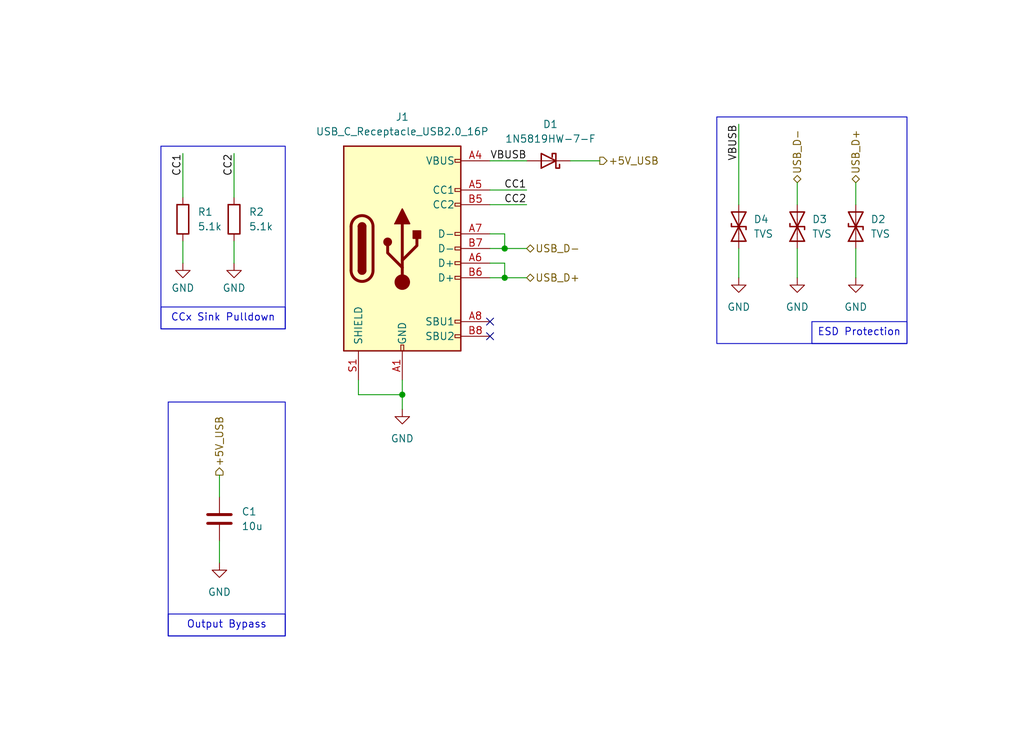
<source format=kicad_sch>
(kicad_sch (version 20231120) (generator "eeschema") (generator_version "8.0")
  (paper "User" 177.8 127)
  (title_block (title "USB") (date "2025-02-02"))
  (lib_symbols
    (symbol "Connector:USB_C_Receptacle_USB2.0_16P" (pin_names (offset 1.016))
      (property "Reference" "J" (at 0 22.225 0))
      (property "Value" "USB_C_Receptacle_USB2.0_16P" (at 0 19.685 0))
      (symbol "USB_C_Receptacle_USB2.0_16P_0_0"
        (rectangle (start -0.254 -17.78) (end 0.254 -16.764))
        (rectangle (start 10.16 -14.986) (end 9.144 -15.494))
        (rectangle (start 10.16 -12.446) (end 9.144 -12.954))
        (rectangle (start 10.16 -4.826) (end 9.144 -5.334))
        (rectangle (start 10.16 -2.286) (end 9.144 -2.794))
        (rectangle (start 10.16 0.254) (end 9.144 -0.254))
        (rectangle (start 10.16 2.794) (end 9.144 2.286))
        (rectangle (start 10.16 7.874) (end 9.144 7.366))
        (rectangle (start 10.16 10.414) (end 9.144 9.906))
        (rectangle (start 10.16 15.494) (end 9.144 14.986))
      )
      (symbol "USB_C_Receptacle_USB2.0_16P_0_1"
        (rectangle (start -10.16 17.78) (end 10.16 -17.78) (stroke (width 0.254)) (fill (type background)))
        (arc (start -8.89 -3.81) (mid -6.985 -5.7067) (end -5.08 -3.81) (stroke (width 0.508)))
        (arc (start -7.62 -3.81) (mid -6.985 -4.4423) (end -6.35 -3.81) (stroke (width 0.254)))
        (arc (start -7.62 -3.81) (mid -6.985 -4.4423) (end -6.35 -3.81) (stroke (width 0.254)) (fill (type outline)))
        (rectangle (start -7.62 -3.81) (end -6.35 3.81) (stroke (width 0.254)) (fill (type outline)))
        (arc (start -6.35 3.81) (mid -6.985 4.4423) (end -7.62 3.81) (stroke (width 0.254)))
        (arc (start -6.35 3.81) (mid -6.985 4.4423) (end -7.62 3.81) (stroke (width 0.254)) (fill (type outline)))
        (arc (start -5.08 3.81) (mid -6.985 5.7067) (end -8.89 3.81) (stroke (width 0.508)))
        (circle (center -2.54 1.143) (radius 0.635) (stroke (width 0.254)) (fill (type outline)))
        (circle (center 0 -5.842) (radius 1.27) (fill (type outline)))
        (polyline (pts (xy -8.89 -3.81) (xy -8.89 3.81)) (stroke (width 0.508)))
        (polyline (pts (xy -5.08 3.81) (xy -5.08 -3.81)) (stroke (width 0.508)))
        (polyline (pts (xy 0 -5.842) (xy 0 4.318)) (stroke (width 0.508)))
        (polyline (pts (xy 0 -3.302) (xy -2.54 -0.762) (xy -2.54 0.508)) (stroke (width 0.508)))
        (polyline (pts (xy 0 -2.032) (xy 2.54 0.508) (xy 2.54 1.778)) (stroke (width 0.508)))
        (polyline (pts (xy -1.27 4.318) (xy 0 6.858) (xy 1.27 4.318) (xy -1.27 4.318)) (stroke (width 0.254)) (fill (type outline)))
        (rectangle (start 1.905 1.778) (end 3.175 3.048) (stroke (width 0.254)) (fill (type outline)))
      )
      (symbol "USB_C_Receptacle_USB2.0_16P_1_1"
        (pin passive line (at 0 -22.86 90) (length 5.08) (name "GND") (number "A1"))
        (pin passive line (at 0 -22.86 90) (length 5.08) hide (name "GND") (number "A12"))
        (pin passive line (at 15.24 15.24 180) (length 5.08) (name "VBUS") (number "A4"))
        (pin bidirectional line (at 15.24 10.16 180) (length 5.08) (name "CC1") (number "A5"))
        (pin bidirectional line (at 15.24 -2.54 180) (length 5.08) (name "D+") (number "A6"))
        (pin bidirectional line (at 15.24 2.54 180) (length 5.08) (name "D-") (number "A7"))
        (pin bidirectional line (at 15.24 -12.7 180) (length 5.08) (name "SBU1") (number "A8"))
        (pin passive line (at 15.24 15.24 180) (length 5.08) hide (name "VBUS") (number "A9"))
        (pin passive line (at 0 -22.86 90) (length 5.08) hide (name "GND") (number "B1"))
        (pin passive line (at 0 -22.86 90) (length 5.08) hide (name "GND") (number "B12"))
        (pin passive line (at 15.24 15.24 180) (length 5.08) hide (name "VBUS") (number "B4"))
        (pin bidirectional line (at 15.24 7.62 180) (length 5.08) (name "CC2") (number "B5"))
        (pin bidirectional line (at 15.24 -5.08 180) (length 5.08) (name "D+") (number "B6"))
        (pin bidirectional line (at 15.24 0 180) (length 5.08) (name "D-") (number "B7"))
        (pin bidirectional line (at 15.24 -15.24 180) (length 5.08) (name "SBU2") (number "B8"))
        (pin passive line (at 15.24 15.24 180) (length 5.08) hide (name "VBUS") (number "B9"))
        (pin passive line (at -7.62 -22.86 90) (length 5.08) (name "SHIELD") (number "S1"))
      )
    )
    (symbol "Device:C" (pin_numbers hide) (pin_names (offset 0.254))
      (property "Reference" "C" (at 0.635 2.54 0))
      (property "Value" "C" (at 0.635 -2.54 0))
      (symbol "C_0_1"
        (polyline (pts (xy -2.032 -0.762) (xy 2.032 -0.762)) (stroke (width 0.508)))
        (polyline (pts (xy -2.032 0.762) (xy 2.032 0.762)) (stroke (width 0.508)))
      )
      (symbol "C_1_1"
        (pin passive line (at 0 3.81 270) (length 2.794) (name "~") (number "1"))
        (pin passive line (at 0 -3.81 90) (length 2.794) (name "~") (number "2"))
      )
    )
    (symbol "Device:D_Schottky" (pin_numbers hide) (pin_names (offset 1.016) hide)
      (property "Reference" "D" (at 0 2.54 0))
      (property "Value" "D_Schottky" (at 0 -2.54 0))
      (symbol "D_Schottky_0_1"
        (polyline (pts (xy 1.27 0) (xy -1.27 0)))
        (polyline (pts (xy 1.27 1.27) (xy 1.27 -1.27) (xy -1.27 0) (xy 1.27 1.27)) (stroke (width 0.254)))
        (polyline (pts (xy -1.905 0.635) (xy -1.905 1.27) (xy -1.27 1.27) (xy -1.27 -1.27) (xy -0.635 -1.27) (xy -0.635 -0.635)) (stroke (width 0.254)))
      )
      (symbol "D_Schottky_1_1"
        (pin passive line (at -3.81 0 0) (length 2.54) (name "K") (number "1"))
        (pin passive line (at 3.81 0 180) (length 2.54) (name "A") (number "2"))
      )
    )
    (symbol "Device:D_TVS" (pin_numbers hide) (pin_names (offset 1.016) hide)
      (property "Reference" "D" (at 0 2.54 0))
      (property "Value" "D_TVS" (at 0 -2.54 0))
      (symbol "D_TVS_0_1"
        (polyline (pts (xy 1.27 0) (xy -1.27 0)))
        (polyline (pts (xy 0.508 1.27) (xy 0 1.27) (xy 0 -1.27) (xy -0.508 -1.27)) (stroke (width 0.254)))
        (polyline (pts (xy -2.54 1.27) (xy -2.54 -1.27) (xy 2.54 1.27) (xy 2.54 -1.27) (xy -2.54 1.27)) (stroke (width 0.254)))
      )
      (symbol "D_TVS_1_1"
        (pin passive line (at -3.81 0 0) (length 2.54) (name "A1") (number "1"))
        (pin passive line (at 3.81 0 180) (length 2.54) (name "A2") (number "2"))
      )
    )
    (symbol "Device:R" (pin_numbers hide) (pin_names (offset 0))
      (property "Reference" "R" (at 2.032 0 90))
      (property "Value" "R" (at 0 0 90))
      (symbol "R_0_1"
        (rectangle (start -1.016 -2.54) (end 1.016 2.54) (stroke (width 0.254)))
      )
      (symbol "R_1_1"
        (pin passive line (at 0 3.81 270) (length 1.27) (name "~") (number "1"))
        (pin passive line (at 0 -3.81 90) (length 1.27) (name "~") (number "2"))
      )
    )
    (symbol "power:GND" (power) (pin_numbers hide) (pin_names (offset 0) hide)
      (property "Value" "GND" (at 0 -3.81 0))
      (symbol "GND_0_1"
        (polyline (pts (xy 0 0) (xy 0 -1.27) (xy 1.27 -1.27) (xy 0 -2.54) (xy -1.27 -1.27) (xy 0 -1.27)))
      )
      (symbol "GND_1_1"
        (pin power_in line (at 0 0 270) (length 0) (name "~") (number "1"))
      )
    )
  )
  (junction (at 87.63 43.18))
  (junction (at 69.85 68.58))
  (junction (at 87.63 48.26))
  (no_connect (at 85.09 55.88))
  (no_connect (at 85.09 58.42))
  (wire (pts (xy 87.63 45.72) (xy 87.63 48.26)))
  (wire (pts (xy 85.09 35.56) (xy 91.44 35.56)))
  (wire (pts (xy 87.63 43.18) (xy 91.44 43.18)))
  (wire (pts (xy 31.75 41.91) (xy 31.75 45.72)))
  (wire (pts (xy 85.09 27.94) (xy 91.44 27.94)))
  (wire (pts (xy 85.09 48.26) (xy 87.63 48.26)))
  (wire (pts (xy 69.85 68.58) (xy 69.85 71.12)))
  (wire (pts (xy 138.43 43.18) (xy 138.43 48.26)))
  (wire (pts (xy 85.09 33.02) (xy 91.44 33.02)))
  (wire (pts (xy 85.09 40.64) (xy 87.63 40.64)))
  (wire (pts (xy 31.75 26.67) (xy 31.75 34.29)))
  (wire (pts (xy 69.85 66.04) (xy 69.85 68.58)))
  (wire (pts (xy 128.27 43.18) (xy 128.27 48.26)))
  (wire (pts (xy 85.09 45.72) (xy 87.63 45.72)))
  (wire (pts (xy 128.27 21.59) (xy 128.27 35.56)))
  (wire (pts (xy 62.23 66.04) (xy 62.23 68.58)))
  (wire (pts (xy 38.1 82.55) (xy 38.1 86.36)))
  (wire (pts (xy 148.59 43.18) (xy 148.59 48.26)))
  (wire (pts (xy 40.64 41.91) (xy 40.64 45.72)))
  (wire (pts (xy 148.59 31.75) (xy 148.59 35.56)))
  (wire (pts (xy 85.09 43.18) (xy 87.63 43.18)))
  (wire (pts (xy 87.63 40.64) (xy 87.63 43.18)))
  (wire (pts (xy 40.64 26.67) (xy 40.64 34.29)))
  (wire (pts (xy 99.06 27.94) (xy 104.14 27.94)))
  (wire (pts (xy 87.63 48.26) (xy 91.44 48.26)))
  (wire (pts (xy 38.1 93.98) (xy 38.1 97.79)))
  (wire (pts (xy 62.23 68.58) (xy 69.85 68.58)))
  (wire (pts (xy 138.43 31.75) (xy 138.43 35.56)))
  (rectangle (start 124.46 20.32) (end 157.48 59.69))
  (rectangle (start 27.94 25.4) (end 49.53 57.15))
  (rectangle (start 29.21 69.85) (end 49.53 110.49))
  (text_box "Output Bypass" (at 29.21 106.68 0) (size 20.32 3.81) (effects (font (size 1.27 1.27)) (justify top)))
  (text_box "ESD Protection" (at 140.97 55.88 0) (size 16.51 3.81) (effects (font (size 1.27 1.27)) (justify left top)))
  (text_box "CCx Sink Pulldown" (at 27.94 53.34 0) (size 21.59 3.81) (effects (font (size 1.27 1.27)) (justify top)))
  (label "CC2" (at 91.44 35.56 180))
  (label "CC2" (at 40.64 26.67 270))
  (label "CC1" (at 31.75 26.67 270))
  (label "VBUSB" (at 85.09 27.94 0))
  (label "VBUSB" (at 128.27 21.59 270))
  (label "CC1" (at 91.44 33.02 180))
  (hierarchical_label "USB_D+" (shape bidirectional) (at 91.44 48.26 0))
  (hierarchical_label "+5V_USB" (shape output) (at 38.1 82.55 90))
  (hierarchical_label "USB_D-" (shape bidirectional) (at 91.44 43.18 0))
  (hierarchical_label "USB_D-" (shape bidirectional) (at 138.43 31.75 90))
  (hierarchical_label "USB_D+" (shape bidirectional) (at 148.59 31.75 90))
  (hierarchical_label "+5V_USB" (shape output) (at 104.14 27.94 0))
  (symbol (lib_id "Device:R") (at 40.64 38.1 0) (unit 1)
    (property "Reference" "R2" (at 43.18 36.8299 0) (effects (justify left)))
    (property "Value" "5.1k" (at 43.18 39.3699 0) (effects (justify left)))
    (property "Footprint" "Resistor_SMD:R_0603_1608Metric" (effects (hide yes)))
    (property "Description" "Resistor" (effects (hide yes)))
    (property "P/N" "CRCW06035K10FKEC" (effects (hide yes)))
  )
  (symbol (lib_id "power:GND") (at 138.43 48.26 0) (unit 1)
    (property "Reference" "#PWR08" (effects (hide yes)))
    (property "Value" "GND" (at 138.43 53.34 0))
    (property "Description" "Power symbol creates a global label with name \"GND\" , ground" (effects (hide yes)))
  )
  (symbol (lib_id "Device:D_TVS") (at 138.43 39.37 90) (unit 1)
    (property "Reference" "D3" (at 140.97 38.0999 90) (effects (justify right)))
    (property "Value" "TVS" (at 140.97 40.6399 90) (effects (justify right)))
    (property "Footprint" "Diode_SMD:D_0603_1608Metric" (effects (hide yes)))
    (property "Description" "Bidirectional transient-voltage-suppression diode" (effects (hide yes)))
    (property "P/N" "CPDUC5V0R-HF " (effects (hide yes)))
  )
  (symbol (lib_id "power:GND") (at 38.1 97.79 0) (unit 1)
    (property "Reference" "#PWR06" (effects (hide yes)))
    (property "Value" "GND" (at 38.1 102.87 0))
    (property "Description" "Power symbol creates a global label with name \"GND\" , ground" (effects (hide yes)))
  )
  (symbol (lib_id "Connector:USB_C_Receptacle_USB2.0_16P") (at 69.85 43.18 0) (unit 1)
    (property "Reference" "J1" (at 69.85 20.32 0))
    (property "Value" "USB_C_Receptacle_USB2.0_16P" (at 69.85 22.86 0))
    (property "Footprint" "Connector_USB:USB_C_Receptacle_GCT_USB4105-xx-A_16P_TopMnt_Horizontal" (effects (hide yes)))
    (property "Datasheet" "https://www.mouser.com/datasheet/2/837/usb4215-3472997.pdf" (effects (hide yes)))
    (property "Description" "USB 2.0-only 16P Type-C Receptacle connector" (effects (hide yes)))
    (property "P/N" "640-USB4215-03-A" (effects (hide yes)))
  )
  (symbol (lib_id "power:GND") (at 40.64 45.72 0) (unit 1)
    (property "Reference" "#PWR05" (effects (hide yes)))
    (property "Value" "GND" (at 40.64 50.038 0))
    (property "Description" "Power symbol creates a global label with name \"GND\" , ground" (effects (hide yes)))
  )
  (symbol (lib_id "Device:D_Schottky") (at 95.25 27.94 180) (unit 1)
    (property "Reference" "D1" (at 95.5675 21.59 0))
    (property "Value" "1N5819HW-7-F" (at 95.5675 24.13 0))
    (property "Footprint" "Diode_SMD:D_SOD-123" (effects (hide yes)))
    (property "Datasheet" "https://www.diodes.com/assets/Datasheets/1N5819HW.pdf" (effects (hide yes)))
    (property "Description" "Schottky diode" (effects (hide yes)))
    (property "P/N" "1N5819HW-7-F" (effects (hide yes)))
  )
  (symbol (lib_id "power:GND") (at 31.75 45.72 0) (unit 1)
    (property "Reference" "#PWR04" (effects (hide yes)))
    (property "Value" "GND" (at 31.75 50.038 0))
    (property "Description" "Power symbol creates a global label with name \"GND\" , ground" (effects (hide yes)))
  )
  (symbol (lib_id "Device:C") (at 38.1 90.17 0) (unit 1)
    (property "Reference" "C1" (at 41.91 88.8999 0) (effects (justify left)))
    (property "Value" "10u" (at 41.91 91.4399 0) (effects (justify left)))
    (property "Footprint" "Capacitor_SMD:C_0603_1608Metric" (effects (hide yes)))
    (property "Description" "Unpolarized capacitor" (effects (hide yes)))
    (property "P/N" "MLAST168BB5106MTNA01" (effects (hide yes)))
  )
  (symbol (lib_id "power:GND") (at 128.27 48.26 0) (unit 1)
    (property "Reference" "#PWR07" (effects (hide yes)))
    (property "Value" "GND" (at 128.27 53.34 0))
    (property "Description" "Power symbol creates a global label with name \"GND\" , ground" (effects (hide yes)))
  )
  (symbol (lib_id "power:GND") (at 69.85 71.12 0) (unit 1)
    (property "Reference" "#PWR03" (effects (hide yes)))
    (property "Value" "GND" (at 69.85 76.2 0))
    (property "Description" "Power symbol creates a global label with name \"GND\" , ground" (effects (hide yes)))
  )
  (symbol (lib_id "Device:R") (at 31.75 38.1 0) (unit 1)
    (property "Reference" "R1" (at 34.29 36.8299 0) (effects (justify left)))
    (property "Value" "5.1k" (at 34.29 39.3699 0) (effects (justify left)))
    (property "Footprint" "Resistor_SMD:R_0603_1608Metric" (effects (hide yes)))
    (property "Description" "Resistor" (effects (hide yes)))
    (property "P/N" "CRCW06035K10FKEC" (effects (hide yes)))
  )
  (symbol (lib_id "power:GND") (at 148.59 48.26 0) (unit 1)
    (property "Reference" "#PWR09" (effects (hide yes)))
    (property "Value" "GND" (at 148.59 53.34 0))
    (property "Description" "Power symbol creates a global label with name \"GND\" , ground" (effects (hide yes)))
  )
  (symbol (lib_id "Device:D_TVS") (at 148.59 39.37 90) (unit 1)
    (property "Reference" "D2" (at 151.13 38.0999 90) (effects (justify right)))
    (property "Value" "TVS" (at 151.13 40.6399 90) (effects (justify right)))
    (property "Footprint" "Diode_SMD:D_0603_1608Metric" (effects (hide yes)))
    (property "Description" "Bidirectional transient-voltage-suppression diode" (effects (hide yes)))
    (property "P/N" "CPDUC5V0R-HF " (effects (hide yes)))
  )
  (symbol (lib_id "Device:D_TVS") (at 128.27 39.37 90) (unit 1)
    (property "Reference" "D4" (at 130.81 38.0999 90) (effects (justify right)))
    (property "Value" "TVS" (at 130.81 40.6399 90) (effects (justify right)))
    (property "Footprint" "Diode_SMD:D_0603_1608Metric" (effects (hide yes)))
    (property "Description" "Bidirectional transient-voltage-suppression diode" (effects (hide yes)))
    (property "P/N" "CPDUC5V0R-HF " (effects (hide yes)))
  )
)
</source>
